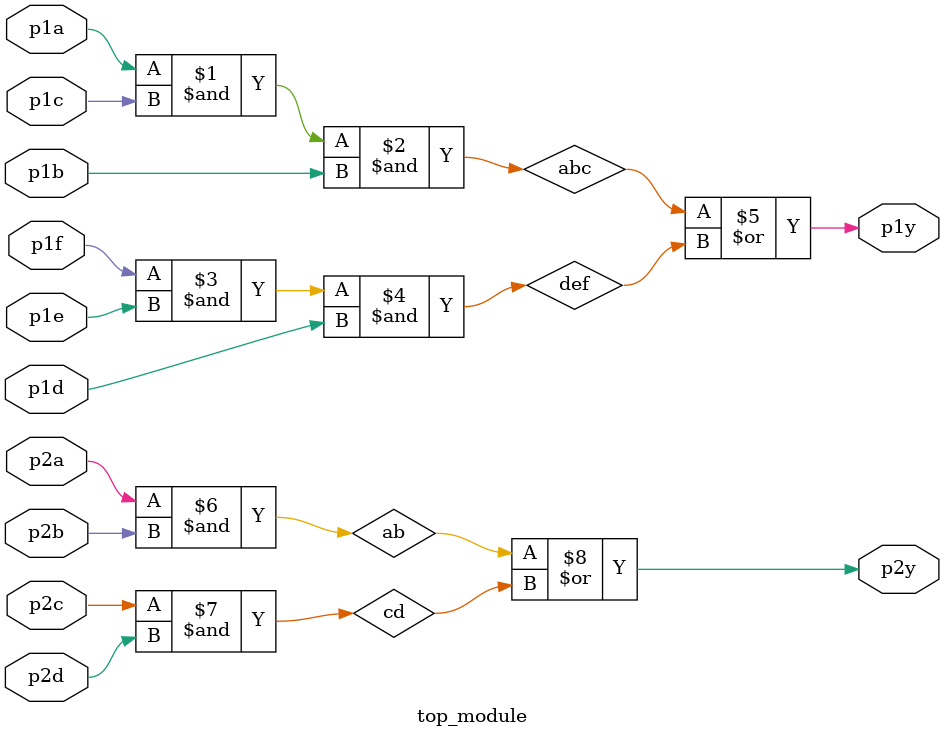
<source format=v>
module top_module ( 
    input p1a, p1b, p1c, p1d, p1e, p1f,
    output p1y,
    input p2a, p2b, p2c, p2d,
    output p2y );

    wire abc, def, ab, cd;
    assign abc = p1a & p1c & p1b;
    assign def = p1f & p1e & p1d;
    assign p1y = abc | def;
    
    assign ab = p2a & p2b;
    assign cd = p2c & p2d;
    assign p2y = ab | cd;

endmodule
</source>
